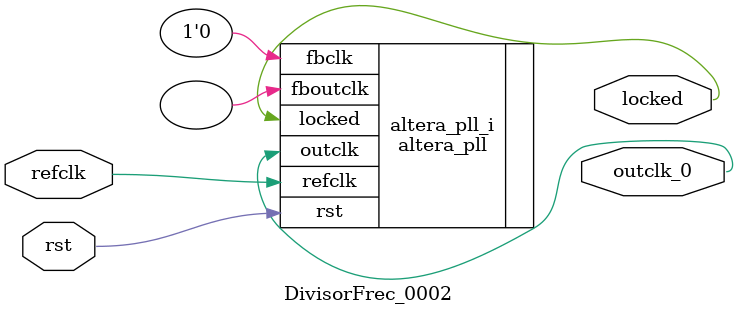
<source format=v>
`timescale 1ns/10ps
module  DivisorFrec_0002(

	// interface 'refclk'
	input wire refclk,

	// interface 'reset'
	input wire rst,

	// interface 'outclk0'
	output wire outclk_0,

	// interface 'locked'
	output wire locked
);

	altera_pll #(
		.fractional_vco_multiplier("false"),
		.reference_clock_frequency("50.0 MHz"),
		.operation_mode("direct"),
		.number_of_clocks(1),
		.output_clock_frequency0("25.000000 MHz"),
		.phase_shift0("0 ps"),
		.duty_cycle0(50),
		.output_clock_frequency1("0 MHz"),
		.phase_shift1("0 ps"),
		.duty_cycle1(50),
		.output_clock_frequency2("0 MHz"),
		.phase_shift2("0 ps"),
		.duty_cycle2(50),
		.output_clock_frequency3("0 MHz"),
		.phase_shift3("0 ps"),
		.duty_cycle3(50),
		.output_clock_frequency4("0 MHz"),
		.phase_shift4("0 ps"),
		.duty_cycle4(50),
		.output_clock_frequency5("0 MHz"),
		.phase_shift5("0 ps"),
		.duty_cycle5(50),
		.output_clock_frequency6("0 MHz"),
		.phase_shift6("0 ps"),
		.duty_cycle6(50),
		.output_clock_frequency7("0 MHz"),
		.phase_shift7("0 ps"),
		.duty_cycle7(50),
		.output_clock_frequency8("0 MHz"),
		.phase_shift8("0 ps"),
		.duty_cycle8(50),
		.output_clock_frequency9("0 MHz"),
		.phase_shift9("0 ps"),
		.duty_cycle9(50),
		.output_clock_frequency10("0 MHz"),
		.phase_shift10("0 ps"),
		.duty_cycle10(50),
		.output_clock_frequency11("0 MHz"),
		.phase_shift11("0 ps"),
		.duty_cycle11(50),
		.output_clock_frequency12("0 MHz"),
		.phase_shift12("0 ps"),
		.duty_cycle12(50),
		.output_clock_frequency13("0 MHz"),
		.phase_shift13("0 ps"),
		.duty_cycle13(50),
		.output_clock_frequency14("0 MHz"),
		.phase_shift14("0 ps"),
		.duty_cycle14(50),
		.output_clock_frequency15("0 MHz"),
		.phase_shift15("0 ps"),
		.duty_cycle15(50),
		.output_clock_frequency16("0 MHz"),
		.phase_shift16("0 ps"),
		.duty_cycle16(50),
		.output_clock_frequency17("0 MHz"),
		.phase_shift17("0 ps"),
		.duty_cycle17(50),
		.pll_type("General"),
		.pll_subtype("General")
	) altera_pll_i (
		.rst	(rst),
		.outclk	({outclk_0}),
		.locked	(locked),
		.fboutclk	( ),
		.fbclk	(1'b0),
		.refclk	(refclk)
	);
endmodule


</source>
